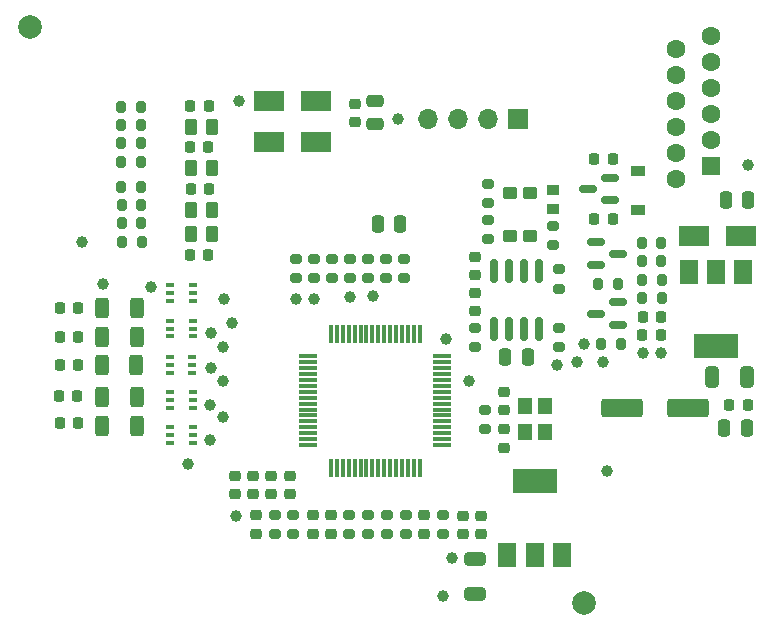
<source format=gbs>
%TF.GenerationSoftware,KiCad,Pcbnew,(6.0.0)*%
%TF.CreationDate,2022-02-12T14:45:40+08:00*%
%TF.ProjectId,SX7H02050048,53583748-3032-4303-9530-3034382e6b69,rev?*%
%TF.SameCoordinates,PX59a5380PY6d321a0*%
%TF.FileFunction,Soldermask,Bot*%
%TF.FilePolarity,Negative*%
%FSLAX46Y46*%
G04 Gerber Fmt 4.6, Leading zero omitted, Abs format (unit mm)*
G04 Created by KiCad (PCBNEW (6.0.0)) date 2022-02-12 14:45:40*
%MOMM*%
%LPD*%
G01*
G04 APERTURE LIST*
G04 Aperture macros list*
%AMRoundRect*
0 Rectangle with rounded corners*
0 $1 Rounding radius*
0 $2 $3 $4 $5 $6 $7 $8 $9 X,Y pos of 4 corners*
0 Add a 4 corners polygon primitive as box body*
4,1,4,$2,$3,$4,$5,$6,$7,$8,$9,$2,$3,0*
0 Add four circle primitives for the rounded corners*
1,1,$1+$1,$2,$3*
1,1,$1+$1,$4,$5*
1,1,$1+$1,$6,$7*
1,1,$1+$1,$8,$9*
0 Add four rect primitives between the rounded corners*
20,1,$1+$1,$2,$3,$4,$5,0*
20,1,$1+$1,$4,$5,$6,$7,0*
20,1,$1+$1,$6,$7,$8,$9,0*
20,1,$1+$1,$8,$9,$2,$3,0*%
G04 Aperture macros list end*
%ADD10R,1.700000X1.700000*%
%ADD11O,1.700000X1.700000*%
%ADD12R,1.600000X1.600000*%
%ADD13C,1.600000*%
%ADD14C,1.000000*%
%ADD15RoundRect,0.250000X-0.250000X-0.475000X0.250000X-0.475000X0.250000X0.475000X-0.250000X0.475000X0*%
%ADD16RoundRect,0.200000X0.200000X0.275000X-0.200000X0.275000X-0.200000X-0.275000X0.200000X-0.275000X0*%
%ADD17RoundRect,0.200000X0.275000X-0.200000X0.275000X0.200000X-0.275000X0.200000X-0.275000X-0.200000X0*%
%ADD18RoundRect,0.225000X0.225000X0.250000X-0.225000X0.250000X-0.225000X-0.250000X0.225000X-0.250000X0*%
%ADD19RoundRect,0.225000X-0.225000X-0.250000X0.225000X-0.250000X0.225000X0.250000X-0.225000X0.250000X0*%
%ADD20RoundRect,0.200000X-0.275000X0.200000X-0.275000X-0.200000X0.275000X-0.200000X0.275000X0.200000X0*%
%ADD21RoundRect,0.200000X-0.200000X-0.275000X0.200000X-0.275000X0.200000X0.275000X-0.200000X0.275000X0*%
%ADD22RoundRect,0.250000X0.262500X0.450000X-0.262500X0.450000X-0.262500X-0.450000X0.262500X-0.450000X0*%
%ADD23RoundRect,0.225000X-0.250000X0.225000X-0.250000X-0.225000X0.250000X-0.225000X0.250000X0.225000X0*%
%ADD24R,2.500000X1.800000*%
%ADD25RoundRect,0.250000X-0.475000X0.250000X-0.475000X-0.250000X0.475000X-0.250000X0.475000X0.250000X0*%
%ADD26RoundRect,0.225000X0.250000X-0.225000X0.250000X0.225000X-0.250000X0.225000X-0.250000X-0.225000X0*%
%ADD27RoundRect,0.250000X-0.312500X-0.625000X0.312500X-0.625000X0.312500X0.625000X-0.312500X0.625000X0*%
%ADD28R,0.650000X0.400000*%
%ADD29R,1.200000X0.900000*%
%ADD30RoundRect,0.150000X0.150000X-0.825000X0.150000X0.825000X-0.150000X0.825000X-0.150000X-0.825000X0*%
%ADD31RoundRect,0.150000X0.587500X0.150000X-0.587500X0.150000X-0.587500X-0.150000X0.587500X-0.150000X0*%
%ADD32R,1.500000X2.000000*%
%ADD33R,3.800000X2.000000*%
%ADD34RoundRect,0.075000X0.700000X0.075000X-0.700000X0.075000X-0.700000X-0.075000X0.700000X-0.075000X0*%
%ADD35RoundRect,0.075000X0.075000X0.700000X-0.075000X0.700000X-0.075000X-0.700000X0.075000X-0.700000X0*%
%ADD36RoundRect,0.150000X-0.587500X-0.150000X0.587500X-0.150000X0.587500X0.150000X-0.587500X0.150000X0*%
%ADD37C,2.000000*%
%ADD38RoundRect,0.250000X0.250000X0.475000X-0.250000X0.475000X-0.250000X-0.475000X0.250000X-0.475000X0*%
%ADD39R,1.000000X0.900000*%
%ADD40RoundRect,0.250000X-0.650000X0.325000X-0.650000X-0.325000X0.650000X-0.325000X0.650000X0.325000X0*%
%ADD41RoundRect,0.250000X-0.325000X-0.650000X0.325000X-0.650000X0.325000X0.650000X-0.325000X0.650000X0*%
%ADD42R,1.200000X1.400000*%
%ADD43RoundRect,0.050000X0.525000X0.450000X-0.525000X0.450000X-0.525000X-0.450000X0.525000X-0.450000X0*%
%ADD44RoundRect,0.250000X1.500000X0.550000X-1.500000X0.550000X-1.500000X-0.550000X1.500000X-0.550000X0*%
G04 APERTURE END LIST*
D10*
%TO.C,J101*%
X42896000Y42618000D03*
D11*
X40356000Y42618000D03*
X37816000Y42618000D03*
X35276000Y42618000D03*
%TD*%
D12*
%TO.C,J1*%
X59250000Y38650000D03*
D13*
X59250000Y40850000D03*
X59250000Y43050000D03*
X59250000Y45250000D03*
X59250000Y47450000D03*
X59250000Y49650000D03*
X56250000Y37550000D03*
X56250000Y39750000D03*
X56250000Y41950000D03*
X56250000Y44150000D03*
X56250000Y46350000D03*
X56250000Y48550000D03*
%TD*%
D14*
%TO.C,TP87*%
X16782400Y18365100D03*
%TD*%
%TO.C,TP23*%
X46208000Y21790000D03*
%TD*%
%TO.C,TP12*%
X50399000Y12773000D03*
%TD*%
D15*
%TO.C,C148*%
X41829000Y22425000D03*
X43729000Y22425000D03*
%TD*%
D16*
%TO.C,R124*%
X10965000Y36877600D03*
X9315000Y36877600D03*
%TD*%
D17*
%TO.C,L105*%
X33254000Y29093000D03*
X33254000Y30743000D03*
%TD*%
%TO.C,R134*%
X24110000Y29093000D03*
X24110000Y30743000D03*
%TD*%
D18*
%TO.C,C144*%
X50920000Y39189000D03*
X49370000Y39189000D03*
%TD*%
D19*
%TO.C,C129*%
X15181600Y36649000D03*
X16731600Y36649000D03*
%TD*%
D14*
%TO.C,TP57*%
X25634000Y27378000D03*
%TD*%
%TO.C,TP72*%
X18649000Y25346000D03*
%TD*%
D20*
%TO.C,R154*%
X46335000Y24901000D03*
X46335000Y23251000D03*
%TD*%
D14*
%TO.C,TP80*%
X14966000Y13408000D03*
%TD*%
D20*
%TO.C,R152*%
X46335000Y29854000D03*
X46335000Y28204000D03*
%TD*%
D21*
%TO.C,R102*%
X49701000Y28648000D03*
X51351000Y28648000D03*
%TD*%
D14*
%TO.C,TP88*%
X16871000Y24457000D03*
%TD*%
D18*
%TO.C,C139*%
X5663800Y26604300D03*
X4113800Y26604300D03*
%TD*%
D22*
%TO.C,R132*%
X17021500Y34871000D03*
X15196500Y34871000D03*
%TD*%
D14*
%TO.C,TP71*%
X17887000Y20393000D03*
%TD*%
%TO.C,TP17*%
X19296000Y44133000D03*
%TD*%
D22*
%TO.C,R131*%
X17021500Y41957600D03*
X15196500Y41957600D03*
%TD*%
D14*
%TO.C,TP4*%
X62337000Y38681000D03*
%TD*%
D23*
%TO.C,C138*%
X34969900Y9028700D03*
X34969900Y7478700D03*
%TD*%
D14*
%TO.C,TP60*%
X28682000Y27505000D03*
%TD*%
D24*
%TO.C,D105*%
X21813000Y44126000D03*
X25813000Y44126000D03*
%TD*%
D23*
%TO.C,C124*%
X18903000Y12405000D03*
X18903000Y10855000D03*
%TD*%
%TO.C,C114*%
X41712200Y19517000D03*
X41712200Y17967000D03*
%TD*%
D21*
%TO.C,R127*%
X9315000Y43634000D03*
X10965000Y43634000D03*
%TD*%
D25*
%TO.C,C109*%
X30813000Y44076000D03*
X30813000Y42176000D03*
%TD*%
D19*
%TO.C,C145*%
X49370000Y34109000D03*
X50920000Y34109000D03*
%TD*%
D21*
%TO.C,R126*%
X9378800Y32204000D03*
X11028800Y32204000D03*
%TD*%
D16*
%TO.C,R103*%
X55046400Y28958000D03*
X53396400Y28958000D03*
%TD*%
D17*
%TO.C,R115*%
X31730000Y29093000D03*
X31730000Y30743000D03*
%TD*%
D16*
%TO.C,R106*%
X55034000Y30553000D03*
X53384000Y30553000D03*
%TD*%
D26*
%TO.C,C111*%
X39731000Y7426000D03*
X39731000Y8976000D03*
%TD*%
D14*
%TO.C,TP7*%
X54971000Y22806000D03*
%TD*%
D15*
%TO.C,C132*%
X31034000Y33728000D03*
X32934000Y33728000D03*
%TD*%
D23*
%TO.C,C137*%
X27039400Y9028700D03*
X27039400Y7478700D03*
%TD*%
D27*
%TO.C,R147*%
X7676300Y24104300D03*
X10601300Y24104300D03*
%TD*%
D20*
%TO.C,R135*%
X25634000Y30743000D03*
X25634000Y29093000D03*
%TD*%
%TO.C,R114*%
X30206000Y30743000D03*
X30206000Y29093000D03*
%TD*%
%TO.C,R142*%
X33383800Y9078700D03*
X33383800Y7428700D03*
%TD*%
D14*
%TO.C,TP5*%
X50068800Y22044000D03*
%TD*%
D27*
%TO.C,R144*%
X7667100Y21764700D03*
X10592100Y21764700D03*
%TD*%
D14*
%TO.C,TP16*%
X32746000Y42618000D03*
%TD*%
D28*
%TO.C,Q106*%
X13438800Y18146900D03*
X13438800Y18796900D03*
X13438800Y19446900D03*
X15338800Y19446900D03*
X15338800Y18796900D03*
X15338800Y18146900D03*
%TD*%
D19*
%TO.C,C128*%
X15156200Y43684800D03*
X16706200Y43684800D03*
%TD*%
D28*
%TO.C,Q103*%
X13438800Y27204300D03*
X13438800Y27854300D03*
X13438800Y28504300D03*
X15338800Y28504300D03*
X15338800Y27854300D03*
X15338800Y27204300D03*
%TD*%
D27*
%TO.C,R146*%
X7699900Y19076300D03*
X10624900Y19076300D03*
%TD*%
D29*
%TO.C,D101*%
X53066000Y34872000D03*
X53066000Y38172000D03*
%TD*%
D17*
%TO.C,R151*%
X45827000Y31887000D03*
X45827000Y33537000D03*
%TD*%
D26*
%TO.C,C110*%
X38207000Y7426000D03*
X38207000Y8976000D03*
%TD*%
D30*
%TO.C,U104*%
X44684000Y24776000D03*
X43414000Y24776000D03*
X42144000Y24776000D03*
X40874000Y24776000D03*
X40874000Y29726000D03*
X42144000Y29726000D03*
X43414000Y29726000D03*
X44684000Y29726000D03*
%TD*%
D20*
%TO.C,R150*%
X40366000Y34045000D03*
X40366000Y32395000D03*
%TD*%
D14*
%TO.C,TP58*%
X30587000Y27632000D03*
%TD*%
D16*
%TO.C,R105*%
X55034000Y32077000D03*
X53384000Y32077000D03*
%TD*%
D18*
%TO.C,C140*%
X5654600Y21764700D03*
X4104600Y21764700D03*
%TD*%
D20*
%TO.C,R141*%
X28625500Y9078700D03*
X28625500Y7428700D03*
%TD*%
D31*
%TO.C,D108*%
X50701500Y37599000D03*
X50701500Y35699000D03*
X48826500Y36649000D03*
%TD*%
D19*
%TO.C,C105*%
X60800000Y18361000D03*
X62350000Y18361000D03*
%TD*%
D32*
%TO.C,U101*%
X46603000Y5686000D03*
D33*
X44303000Y11986000D03*
D32*
X44303000Y5686000D03*
X42003000Y5686000D03*
%TD*%
D14*
%TO.C,U102*%
X36784600Y23949000D03*
D34*
X36490600Y22492000D03*
X36490600Y21992000D03*
X36490600Y21492000D03*
X36490600Y20992000D03*
X36490600Y20492000D03*
X36490600Y19992000D03*
X36490600Y19492000D03*
X36490600Y18992000D03*
X36490600Y18492000D03*
X36490600Y17992000D03*
X36490600Y17492000D03*
X36490600Y16992000D03*
X36490600Y16492000D03*
X36490600Y15992000D03*
X36490600Y15492000D03*
X36490600Y14992000D03*
D35*
X34565600Y13067000D03*
X34065600Y13067000D03*
X33565600Y13067000D03*
X33065600Y13067000D03*
X32565600Y13067000D03*
X32065600Y13067000D03*
X31565600Y13067000D03*
X31065600Y13067000D03*
X30565600Y13067000D03*
X30065600Y13067000D03*
X29565600Y13067000D03*
X29065600Y13067000D03*
X28565600Y13067000D03*
X28065600Y13067000D03*
X27565600Y13067000D03*
X27065600Y13067000D03*
D34*
X25140600Y14992000D03*
X25140600Y15492000D03*
X25140600Y15992000D03*
X25140600Y16492000D03*
X25140600Y16992000D03*
X25140600Y17492000D03*
X25140600Y17992000D03*
X25140600Y18492000D03*
X25140600Y18992000D03*
X25140600Y19492000D03*
X25140600Y19992000D03*
X25140600Y20492000D03*
X25140600Y20992000D03*
X25140600Y21492000D03*
X25140600Y21992000D03*
X25140600Y22492000D03*
D35*
X27065600Y24417000D03*
X27565600Y24417000D03*
X28065600Y24417000D03*
X28565600Y24417000D03*
X29065600Y24417000D03*
X29565600Y24417000D03*
X30065600Y24417000D03*
X30565600Y24417000D03*
X31065600Y24417000D03*
X31565600Y24417000D03*
X32065600Y24417000D03*
X32565600Y24417000D03*
X33065600Y24417000D03*
X33565600Y24417000D03*
X34065600Y24417000D03*
X34565600Y24417000D03*
%TD*%
D31*
%TO.C,D103*%
X51336500Y27058000D03*
X51336500Y25158000D03*
X49461500Y26108000D03*
%TD*%
D28*
%TO.C,Q107*%
X13438800Y24204300D03*
X13438800Y24854300D03*
X13438800Y25504300D03*
X15338800Y25504300D03*
X15338800Y24854300D03*
X15338800Y24204300D03*
%TD*%
D21*
%TO.C,R101*%
X49955000Y23568000D03*
X51605000Y23568000D03*
%TD*%
D27*
%TO.C,R145*%
X7676300Y16604300D03*
X10601300Y16604300D03*
%TD*%
D28*
%TO.C,Q104*%
X13429600Y21129100D03*
X13429600Y21779100D03*
X13429600Y22429100D03*
X15329600Y22429100D03*
X15329600Y21779100D03*
X15329600Y21129100D03*
%TD*%
D36*
%TO.C,Q101*%
X49461500Y30238000D03*
X49461500Y32138000D03*
X51336500Y31188000D03*
%TD*%
D14*
%TO.C,TP94*%
X37318000Y5407000D03*
%TD*%
D37*
%TO.C,MARK4*%
X1600000Y50400000D03*
%TD*%
D38*
%TO.C,C101*%
X62398000Y35760000D03*
X60498000Y35760000D03*
%TD*%
D19*
%TO.C,C127*%
X15130800Y31111800D03*
X16680800Y31111800D03*
%TD*%
D26*
%TO.C,C146*%
X39223000Y29397000D03*
X39223000Y30947000D03*
%TD*%
D21*
%TO.C,R104*%
X53396400Y27434000D03*
X55046400Y27434000D03*
%TD*%
D20*
%TO.C,R136*%
X28682000Y30743000D03*
X28682000Y29093000D03*
%TD*%
%TO.C,R111*%
X40137400Y17992200D03*
X40137400Y16342200D03*
%TD*%
D23*
%TO.C,C106*%
X20695000Y9028700D03*
X20695000Y7478700D03*
%TD*%
D14*
%TO.C,TP2*%
X38715000Y20393000D03*
%TD*%
D20*
%TO.C,R113*%
X27158000Y30743000D03*
X27158000Y29093000D03*
%TD*%
%TO.C,R137*%
X30211600Y9078700D03*
X30211600Y7428700D03*
%TD*%
D22*
%TO.C,R133*%
X17021500Y38477800D03*
X15196500Y38477800D03*
%TD*%
D23*
%TO.C,C125*%
X21951000Y12405000D03*
X21951000Y10855000D03*
%TD*%
D39*
%TO.C,R149*%
X45827000Y36559998D03*
X45827000Y34959996D03*
%TD*%
D23*
%TO.C,C126*%
X20427000Y12405000D03*
X20427000Y10855000D03*
%TD*%
D14*
%TO.C,TP76*%
X16871000Y21536000D03*
%TD*%
D20*
%TO.C,R153*%
X39223000Y24901000D03*
X39223000Y23251000D03*
%TD*%
D14*
%TO.C,TP51*%
X24110000Y27378000D03*
%TD*%
D20*
%TO.C,R107*%
X23856000Y9078700D03*
X23856000Y7428700D03*
%TD*%
D16*
%TO.C,R122*%
X11003400Y33753400D03*
X9353400Y33753400D03*
%TD*%
D26*
%TO.C,C147*%
X39223000Y26349000D03*
X39223000Y27899000D03*
%TD*%
D24*
%TO.C,D102*%
X57797000Y32712000D03*
X61797000Y32712000D03*
%TD*%
D40*
%TO.C,C108*%
X39223000Y5358000D03*
X39223000Y2408000D03*
%TD*%
D14*
%TO.C,TP69*%
X7727000Y28648000D03*
%TD*%
D18*
%TO.C,C143*%
X5663800Y24104300D03*
X4113800Y24104300D03*
%TD*%
%TO.C,L101*%
X54984000Y24330000D03*
X53434000Y24330000D03*
%TD*%
D14*
%TO.C,TP9*%
X53447000Y22806000D03*
%TD*%
%TO.C,TP75*%
X18043500Y27323100D03*
%TD*%
D19*
%TO.C,C130*%
X15130800Y40230400D03*
X16680800Y40230400D03*
%TD*%
D20*
%TO.C,R139*%
X31797700Y9078700D03*
X31797700Y7428700D03*
%TD*%
%TO.C,R108*%
X22281100Y9078700D03*
X22281100Y7428700D03*
%TD*%
D18*
%TO.C,C141*%
X5663800Y16854300D03*
X4113800Y16854300D03*
%TD*%
D15*
%TO.C,C107*%
X60371000Y16456000D03*
X62271000Y16456000D03*
%TD*%
D14*
%TO.C,TP13*%
X19030000Y8963000D03*
%TD*%
D22*
%TO.C,R130*%
X17021500Y32889800D03*
X15196500Y32889800D03*
%TD*%
D19*
%TO.C,C102*%
X53446400Y25854000D03*
X54996400Y25854000D03*
%TD*%
D41*
%TO.C,C103*%
X59338000Y20774000D03*
X62288000Y20774000D03*
%TD*%
D20*
%TO.C,R117*%
X36556000Y9078700D03*
X36556000Y7428700D03*
%TD*%
D14*
%TO.C,TP47*%
X5949000Y32204000D03*
%TD*%
%TO.C,TP81*%
X17887000Y17345000D03*
%TD*%
D18*
%TO.C,C142*%
X5568600Y19177900D03*
X4018600Y19177900D03*
%TD*%
D42*
%TO.C,Y101*%
X45153000Y18318000D03*
X45153000Y16118000D03*
X43453000Y16118000D03*
X43453000Y18318000D03*
%TD*%
D14*
%TO.C,TP73*%
X11845900Y28389900D03*
%TD*%
D20*
%TO.C,R148*%
X40366000Y37093000D03*
X40366000Y35443000D03*
%TD*%
D14*
%TO.C,TP24*%
X47859000Y22044000D03*
%TD*%
D43*
%TO.C,L104*%
X43927100Y36356600D03*
X43927100Y32676600D03*
X42197100Y32676600D03*
X42197100Y36356600D03*
%TD*%
D23*
%TO.C,C112*%
X29063000Y43901000D03*
X29063000Y42351000D03*
%TD*%
D44*
%TO.C,C104*%
X57263000Y18107000D03*
X51663000Y18107000D03*
%TD*%
D26*
%TO.C,L102*%
X25507000Y7478700D03*
X25507000Y9028700D03*
%TD*%
D16*
%TO.C,R125*%
X10965000Y40535200D03*
X9315000Y40535200D03*
%TD*%
D14*
%TO.C,TP82*%
X17912400Y23314000D03*
%TD*%
D26*
%TO.C,C115*%
X41712200Y14766600D03*
X41712200Y16316600D03*
%TD*%
D21*
%TO.C,R128*%
X9328000Y35328200D03*
X10978000Y35328200D03*
%TD*%
D14*
%TO.C,TP8*%
X48494000Y23568000D03*
%TD*%
D21*
%TO.C,R129*%
X9315000Y38960400D03*
X10965000Y38960400D03*
%TD*%
D27*
%TO.C,R143*%
X7676300Y26604300D03*
X10601300Y26604300D03*
%TD*%
D32*
%TO.C,Q102*%
X57370000Y29639000D03*
X59670000Y29639000D03*
D33*
X59670000Y23339000D03*
D32*
X61970000Y29639000D03*
%TD*%
D14*
%TO.C,TP15*%
X36556000Y2232000D03*
%TD*%
D23*
%TO.C,C123*%
X23602000Y12405000D03*
X23602000Y10855000D03*
%TD*%
D16*
%TO.C,R123*%
X10965000Y42084600D03*
X9315000Y42084600D03*
%TD*%
D24*
%TO.C,D104*%
X21813000Y40626000D03*
X25813000Y40626000D03*
%TD*%
D14*
%TO.C,TP86*%
X16833200Y15418700D03*
%TD*%
D37*
%TO.C,MARK3*%
X48494000Y1600000D03*
%TD*%
D28*
%TO.C,Q105*%
X13438800Y15204300D03*
X13438800Y15854300D03*
X13438800Y16504300D03*
X15338800Y16504300D03*
X15338800Y15854300D03*
X15338800Y15204300D03*
%TD*%
M02*

</source>
